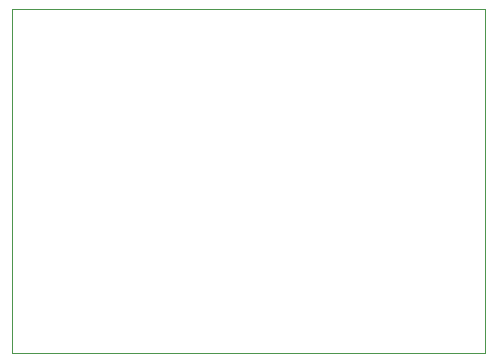
<source format=gbr>
G04 #@! TF.FileFunction,Profile,NP*
%FSLAX46Y46*%
G04 Gerber Fmt 4.6, Leading zero omitted, Abs format (unit mm)*
G04 Created by KiCad (PCBNEW 4.0.5+dfsg1-4) date Tue Aug  7 02:14:06 2018*
%MOMM*%
%LPD*%
G01*
G04 APERTURE LIST*
%ADD10C,0.100000*%
G04 APERTURE END LIST*
D10*
X124300000Y-79600000D02*
X124400000Y-79600000D01*
X124300000Y-108700000D02*
X124300000Y-79600000D01*
X164300000Y-108700000D02*
X124300000Y-108700000D01*
X164300000Y-79600000D02*
X164300000Y-108700000D01*
X124300000Y-79600000D02*
X164300000Y-79600000D01*
M02*

</source>
